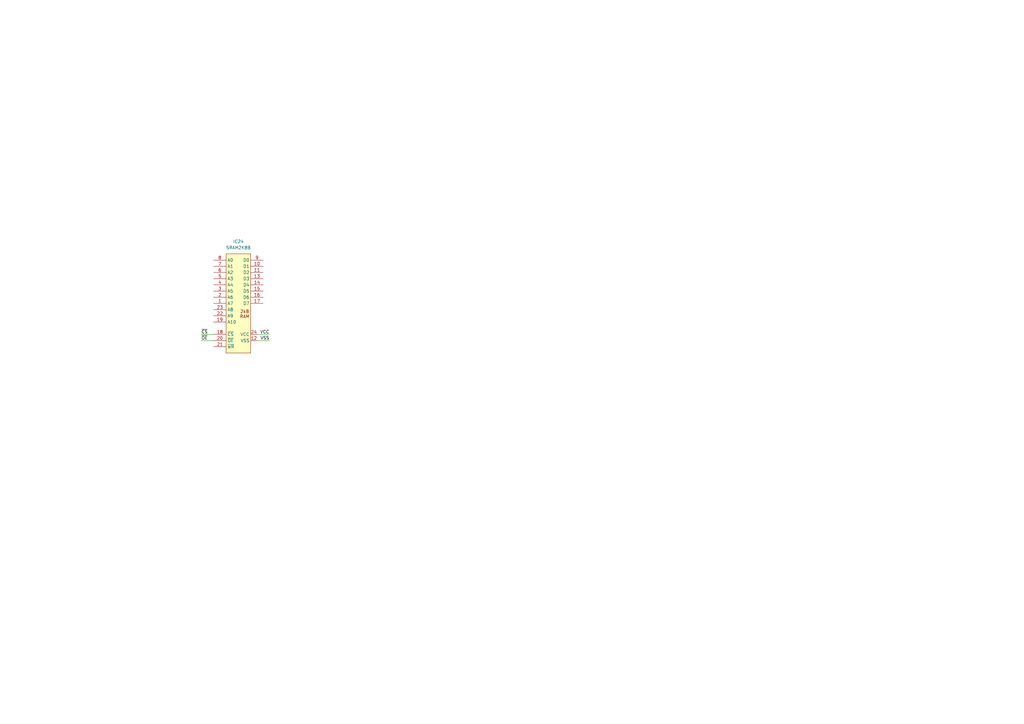
<source format=kicad_sch>
(kicad_sch (version 20231120) (generator "eeschema") (generator_version "8.0")
  (paper "A3")
  (title_block (title "Scroll RAM") (company "JOTEGO"))
  (lib_symbols
    (symbol "jt_ram:SRAM2K8B"
      (property "Reference" "U" (at 0 24.13 0))
      (property "Value" "SRAM2K8B" (at 0 21.59 0))
      (symbol "SRAM2K8B_0_1"
        (rectangle (start -5.08 20.32) (end 5.08 -20.32) (fill (type background)))
      )
      (symbol "SRAM2K8B_1_1"
        (text "2kB\nRAM" (at 2.54 -4.318 0) (effects (font (size 1.27 1.27))))
        (pin input line (at -10.16 0 0) (length 5.08) (name "A7") (number "1"))
        (pin tri_state line (at 10.16 15.24 180) (length 5.08) (name "D1") (number "10"))
        (pin tri_state line (at 10.16 12.7 180) (length 5.08) (name "D2") (number "11"))
        (pin power_in line (at 7.62 -15.24 180) (length 2.54) (name "VSS") (number "12"))
        (pin tri_state line (at 10.16 10.16 180) (length 5.08) (name "D3") (number "13"))
        (pin tri_state line (at 10.16 7.62 180) (length 5.08) (name "D4") (number "14"))
        (pin tri_state line (at 10.16 5.08 180) (length 5.08) (name "D5") (number "15"))
        (pin tri_state line (at 10.16 2.54 180) (length 5.08) (name "D6") (number "16"))
        (pin tri_state line (at 10.16 0 180) (length 5.08) (name "D7") (number "17"))
        (pin input line (at -10.16 -12.7 0) (length 5.08) (name "~{CS}") (number "18"))
        (pin input line (at -10.16 -7.62 0) (length 5.08) (name "A10") (number "19"))
        (pin input line (at -10.16 2.54 0) (length 5.08) (name "A6") (number "2"))
        (pin input line (at -10.16 -15.24 0) (length 5.08) (name "~{OE}") (number "20"))
        (pin input line (at -10.16 -17.78 0) (length 5.08) (name "~{WR}") (number "21"))
        (pin input line (at -10.16 -5.08 0) (length 5.08) (name "A9") (number "22"))
        (pin input line (at -10.16 -2.54 0) (length 5.08) (name "A8") (number "23"))
        (pin power_in line (at 7.62 -12.7 180) (length 2.54) (name "VCC") (number "24"))
        (pin input line (at -10.16 5.08 0) (length 5.08) (name "A5") (number "3"))
        (pin input line (at -10.16 7.62 0) (length 5.08) (name "A4") (number "4"))
        (pin input line (at -10.16 10.16 0) (length 5.08) (name "A3") (number "5"))
        (pin input line (at -10.16 12.7 0) (length 5.08) (name "A2") (number "6"))
        (pin input line (at -10.16 15.24 0) (length 5.08) (name "A1") (number "7"))
        (pin input line (at -10.16 17.78 0) (length 5.08) (name "A0") (number "8"))
        (pin tri_state line (at 10.16 17.78 180) (length 5.08) (name "D0") (number "9"))
      )
    )
  )
  (wire (pts (xy 110.49 139.7) (xy 105.41 139.7)))
  (wire (pts (xy 110.49 137.16) (xy 105.41 137.16)))
  (wire (pts (xy 82.55 139.7) (xy 87.63 139.7)))
  (wire (pts (xy 82.55 137.16) (xy 87.63 137.16)))
  (label "~{OE}" (at 82.55 139.7 0))
  (label "VSS" (at 110.49 139.7 180))
  (label "~{CS}" (at 82.55 137.16 0))
  (label "VCC" (at 110.49 137.16 180))
  (symbol (lib_id "jt_ram:SRAM2K8B") (at 97.79 124.46 0) (unit 1)
    (property "Reference" "IC24" (at 97.79 99.06 0))
    (property "Value" "SRAM2K8B" (at 97.79 101.6 0))
    (property "Datasheet" "https://datasheetspdf.com/datasheet/MCM2128.html" (effects (hide yes)))
    (property "Description" "SRAM 16kbit (2048-word x 8-bit)" (effects (hide yes)))
  )
)
</source>
